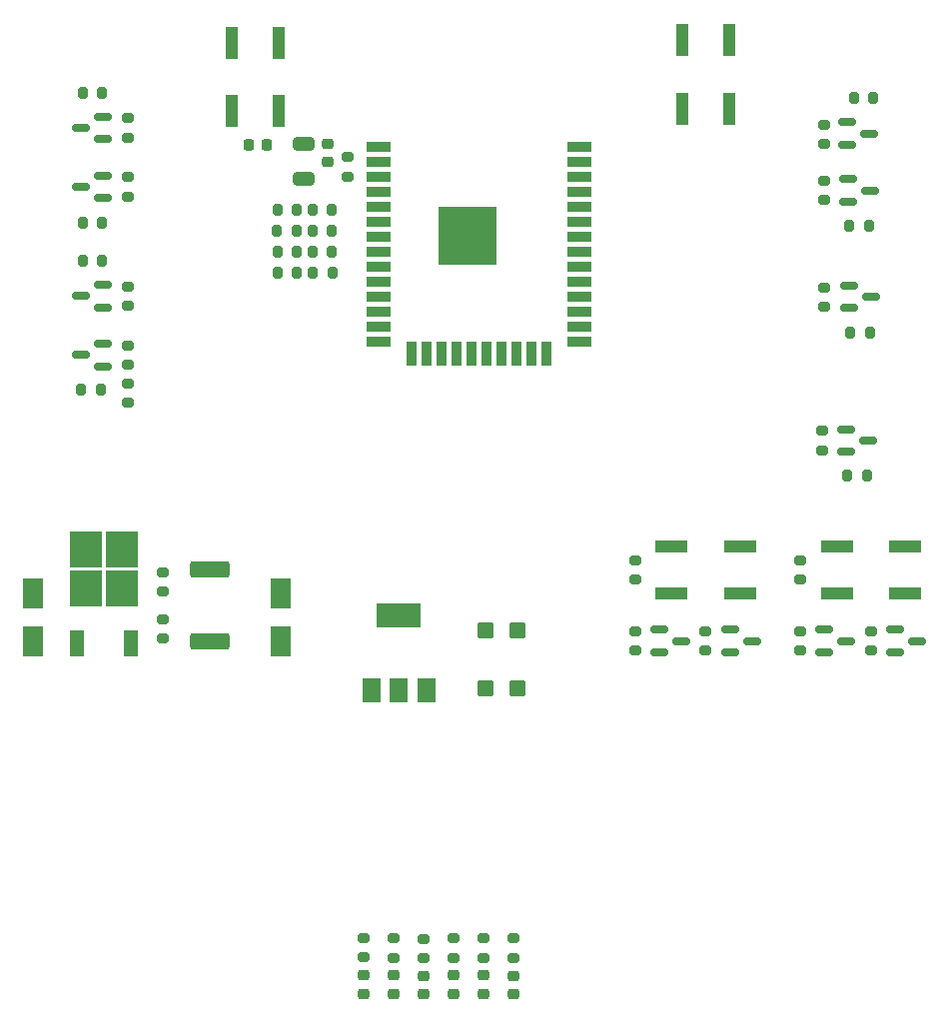
<source format=gtp>
G04 #@! TF.GenerationSoftware,KiCad,Pcbnew,6.0.6-3a73a75311~116~ubuntu22.04.1*
G04 #@! TF.CreationDate,2022-06-27T17:47:04+01:00*
G04 #@! TF.ProjectId,rLab_Door,724c6162-5f44-46f6-9f72-2e6b69636164,rev?*
G04 #@! TF.SameCoordinates,Original*
G04 #@! TF.FileFunction,Paste,Top*
G04 #@! TF.FilePolarity,Positive*
%FSLAX46Y46*%
G04 Gerber Fmt 4.6, Leading zero omitted, Abs format (unit mm)*
G04 Created by KiCad (PCBNEW 6.0.6-3a73a75311~116~ubuntu22.04.1) date 2022-06-27 17:47:04*
%MOMM*%
%LPD*%
G01*
G04 APERTURE LIST*
G04 Aperture macros list*
%AMRoundRect*
0 Rectangle with rounded corners*
0 $1 Rounding radius*
0 $2 $3 $4 $5 $6 $7 $8 $9 X,Y pos of 4 corners*
0 Add a 4 corners polygon primitive as box body*
4,1,4,$2,$3,$4,$5,$6,$7,$8,$9,$2,$3,0*
0 Add four circle primitives for the rounded corners*
1,1,$1+$1,$2,$3*
1,1,$1+$1,$4,$5*
1,1,$1+$1,$6,$7*
1,1,$1+$1,$8,$9*
0 Add four rect primitives between the rounded corners*
20,1,$1+$1,$2,$3,$4,$5,0*
20,1,$1+$1,$4,$5,$6,$7,0*
20,1,$1+$1,$6,$7,$8,$9,0*
20,1,$1+$1,$8,$9,$2,$3,0*%
G04 Aperture macros list end*
%ADD10RoundRect,0.200000X-0.200000X-0.275000X0.200000X-0.275000X0.200000X0.275000X-0.200000X0.275000X0*%
%ADD11RoundRect,0.218750X-0.256250X0.218750X-0.256250X-0.218750X0.256250X-0.218750X0.256250X0.218750X0*%
%ADD12RoundRect,0.200000X0.200000X0.275000X-0.200000X0.275000X-0.200000X-0.275000X0.200000X-0.275000X0*%
%ADD13RoundRect,0.150000X-0.587500X-0.150000X0.587500X-0.150000X0.587500X0.150000X-0.587500X0.150000X0*%
%ADD14RoundRect,0.250000X-0.450000X-0.425000X0.450000X-0.425000X0.450000X0.425000X-0.450000X0.425000X0*%
%ADD15RoundRect,0.200000X0.275000X-0.200000X0.275000X0.200000X-0.275000X0.200000X-0.275000X-0.200000X0*%
%ADD16RoundRect,0.249999X-1.425001X0.450001X-1.425001X-0.450001X1.425001X-0.450001X1.425001X0.450001X0*%
%ADD17RoundRect,0.150000X0.587500X0.150000X-0.587500X0.150000X-0.587500X-0.150000X0.587500X-0.150000X0*%
%ADD18RoundRect,0.200000X-0.275000X0.200000X-0.275000X-0.200000X0.275000X-0.200000X0.275000X0.200000X0*%
%ADD19RoundRect,0.250000X0.650000X-0.325000X0.650000X0.325000X-0.650000X0.325000X-0.650000X-0.325000X0*%
%ADD20R,2.800000X1.000000*%
%ADD21R,2.750000X3.050000*%
%ADD22R,1.200000X2.200000*%
%ADD23R,1.800000X2.500000*%
%ADD24RoundRect,0.225000X0.225000X0.250000X-0.225000X0.250000X-0.225000X-0.250000X0.225000X-0.250000X0*%
%ADD25R,1.500000X2.000000*%
%ADD26R,3.800000X2.000000*%
%ADD27R,1.000000X2.800000*%
%ADD28R,2.000000X0.900000*%
%ADD29R,0.900000X2.000000*%
%ADD30R,5.000000X5.000000*%
%ADD31RoundRect,0.225000X0.250000X-0.225000X0.250000X0.225000X-0.250000X0.225000X-0.250000X-0.225000X0*%
G04 APERTURE END LIST*
D10*
G04 #@! TO.C,R12*
X130675000Y-67254176D03*
X132325000Y-67254176D03*
G04 #@! TD*
D11*
G04 #@! TO.C,D6*
X147722911Y-130369516D03*
X147722911Y-131944516D03*
G04 #@! TD*
D12*
G04 #@! TO.C,R35*
X112825000Y-66522500D03*
X111175000Y-66522500D03*
G04 #@! TD*
D13*
G04 #@! TO.C,Q3*
X160062500Y-101050000D03*
X160062500Y-102950000D03*
X161937500Y-102000000D03*
G04 #@! TD*
D14*
G04 #@! TO.C,C2*
X145357332Y-101065037D03*
X148057332Y-101065037D03*
G04 #@! TD*
D15*
G04 #@! TO.C,R1*
X115000000Y-81825000D03*
X115000000Y-80175000D03*
G04 #@! TD*
G04 #@! TO.C,R9*
X137574391Y-128838549D03*
X137574391Y-127188549D03*
G04 #@! TD*
G04 #@! TO.C,R4*
X118000000Y-97825000D03*
X118000000Y-96175000D03*
G04 #@! TD*
D12*
G04 #@! TO.C,R16*
X129353685Y-70768152D03*
X127703685Y-70768152D03*
G04 #@! TD*
D16*
G04 #@! TO.C,R2*
X122000000Y-95950000D03*
X122000000Y-102050000D03*
G04 #@! TD*
D11*
G04 #@! TO.C,D4*
X137580631Y-130347733D03*
X137580631Y-131922733D03*
G04 #@! TD*
D12*
G04 #@! TO.C,R14*
X129335350Y-68980000D03*
X127685350Y-68980000D03*
G04 #@! TD*
D15*
G04 #@! TO.C,R7*
X135000000Y-128825000D03*
X135000000Y-127175000D03*
G04 #@! TD*
D17*
G04 #@! TO.C,Q5*
X112937500Y-73730000D03*
X112937500Y-71830000D03*
X111062500Y-72780000D03*
G04 #@! TD*
D11*
G04 #@! TO.C,D8*
X142641877Y-130355967D03*
X142641877Y-131930967D03*
G04 #@! TD*
D17*
G04 #@! TO.C,Q9*
X112937500Y-64472500D03*
X112937500Y-62572500D03*
X111062500Y-63522500D03*
G04 #@! TD*
D10*
G04 #@! TO.C,R22*
X176237500Y-75850012D03*
X177887500Y-75850012D03*
G04 #@! TD*
D15*
G04 #@! TO.C,R29*
X115000000Y-78605000D03*
X115000000Y-76955000D03*
G04 #@! TD*
D18*
G04 #@! TO.C,R21*
X174062500Y-72025012D03*
X174062500Y-73675012D03*
G04 #@! TD*
D19*
G04 #@! TO.C,C3*
X129940000Y-62820000D03*
X129940000Y-59870000D03*
G04 #@! TD*
D13*
G04 #@! TO.C,Q11*
X176062500Y-62872256D03*
X176062500Y-64772256D03*
X177937500Y-63822256D03*
G04 #@! TD*
D15*
G04 #@! TO.C,R5*
X133620000Y-62645000D03*
X133620000Y-60995000D03*
G04 #@! TD*
D20*
G04 #@! TO.C,SW3*
X175100000Y-94000000D03*
X180900000Y-94000000D03*
X180900000Y-98000000D03*
X175100000Y-98000000D03*
G04 #@! TD*
D21*
G04 #@! TO.C,U2*
X111475000Y-94225000D03*
X114525000Y-97575000D03*
X114525000Y-94225000D03*
X111475000Y-97575000D03*
D22*
X110720000Y-102200000D03*
X115280000Y-102200000D03*
G04 #@! TD*
D13*
G04 #@! TO.C,Q1*
X176125000Y-71900012D03*
X176125000Y-73800012D03*
X178000000Y-72850012D03*
G04 #@! TD*
D15*
G04 #@! TO.C,R11*
X147722911Y-128865648D03*
X147722911Y-127215648D03*
G04 #@! TD*
G04 #@! TO.C,R15*
X140108134Y-128879198D03*
X140108134Y-127229198D03*
G04 #@! TD*
D11*
G04 #@! TO.C,D3*
X135010631Y-130347733D03*
X135010631Y-131922733D03*
G04 #@! TD*
D10*
G04 #@! TO.C,R39*
X176175000Y-66822256D03*
X177825000Y-66822256D03*
G04 #@! TD*
G04 #@! TO.C,R24*
X176005024Y-88000000D03*
X177655024Y-88000000D03*
G04 #@! TD*
D18*
G04 #@! TO.C,R25*
X164000000Y-101175000D03*
X164000000Y-102825000D03*
G04 #@! TD*
D10*
G04 #@! TO.C,R41*
X176545024Y-56000000D03*
X178195024Y-56000000D03*
G04 #@! TD*
D13*
G04 #@! TO.C,Q10*
X180062500Y-101050000D03*
X180062500Y-102950000D03*
X181937500Y-102000000D03*
G04 #@! TD*
D23*
G04 #@! TO.C,D2*
X128000000Y-102000000D03*
X128000000Y-98000000D03*
G04 #@! TD*
D15*
G04 #@! TO.C,R32*
X115000000Y-59347500D03*
X115000000Y-57697500D03*
G04 #@! TD*
D17*
G04 #@! TO.C,Q6*
X112937500Y-78730000D03*
X112937500Y-76830000D03*
X111062500Y-77780000D03*
G04 #@! TD*
D11*
G04 #@! TO.C,D5*
X145202718Y-130355967D03*
X145202718Y-131930967D03*
G04 #@! TD*
D13*
G04 #@! TO.C,Q4*
X166062500Y-101050000D03*
X166062500Y-102950000D03*
X167937500Y-102000000D03*
G04 #@! TD*
D12*
G04 #@! TO.C,R8*
X129335350Y-65500000D03*
X127685350Y-65500000D03*
G04 #@! TD*
D15*
G04 #@! TO.C,R31*
X172000000Y-102825000D03*
X172000000Y-101175000D03*
G04 #@! TD*
D12*
G04 #@! TO.C,R28*
X112825000Y-69780000D03*
X111175000Y-69780000D03*
G04 #@! TD*
D18*
G04 #@! TO.C,R38*
X174000000Y-62997256D03*
X174000000Y-64647256D03*
G04 #@! TD*
G04 #@! TO.C,R37*
X172000000Y-95175000D03*
X172000000Y-96825000D03*
G04 #@! TD*
D15*
G04 #@! TO.C,R17*
X142628327Y-128852099D03*
X142628327Y-127202099D03*
G04 #@! TD*
D13*
G04 #@! TO.C,Q7*
X174062500Y-101050000D03*
X174062500Y-102950000D03*
X175937500Y-102000000D03*
G04 #@! TD*
D23*
G04 #@! TO.C,D1*
X107000000Y-102000000D03*
X107000000Y-98000000D03*
G04 #@! TD*
D24*
G04 #@! TO.C,C5*
X126775000Y-60000000D03*
X125225000Y-60000000D03*
G04 #@! TD*
D15*
G04 #@! TO.C,R3*
X118000000Y-101825000D03*
X118000000Y-100175000D03*
G04 #@! TD*
D18*
G04 #@! TO.C,R36*
X178000000Y-101175000D03*
X178000000Y-102825000D03*
G04 #@! TD*
D11*
G04 #@! TO.C,D7*
X140121683Y-130384250D03*
X140121683Y-131959250D03*
G04 #@! TD*
D18*
G04 #@! TO.C,R40*
X174000000Y-58225000D03*
X174000000Y-59875000D03*
G04 #@! TD*
D25*
G04 #@! TO.C,U3*
X135700000Y-106150000D03*
X138000000Y-106150000D03*
D26*
X138000000Y-99850000D03*
D25*
X140300000Y-106150000D03*
G04 #@! TD*
D27*
G04 #@! TO.C,SW4*
X162000000Y-51100000D03*
X162000000Y-56900000D03*
X166000000Y-56900000D03*
X166000000Y-51100000D03*
G04 #@! TD*
D13*
G04 #@! TO.C,Q2*
X175892524Y-84050000D03*
X175892524Y-85950000D03*
X177767524Y-85000000D03*
G04 #@! TD*
D17*
G04 #@! TO.C,Q8*
X112937500Y-59472500D03*
X112937500Y-57572500D03*
X111062500Y-58522500D03*
G04 #@! TD*
D13*
G04 #@! TO.C,Q12*
X176000000Y-58050000D03*
X176000000Y-59950000D03*
X177875000Y-59000000D03*
G04 #@! TD*
D15*
G04 #@! TO.C,R34*
X115000000Y-64347500D03*
X115000000Y-62697500D03*
G04 #@! TD*
D10*
G04 #@! TO.C,R13*
X130685350Y-65500000D03*
X132335350Y-65500000D03*
G04 #@! TD*
D20*
G04 #@! TO.C,SW2*
X166900000Y-94000000D03*
X161100000Y-94000000D03*
X166900000Y-98000000D03*
X161100000Y-98000000D03*
G04 #@! TD*
D10*
G04 #@! TO.C,R30*
X111060989Y-80726816D03*
X112710989Y-80726816D03*
G04 #@! TD*
D12*
G04 #@! TO.C,R6*
X129325000Y-67254176D03*
X127675000Y-67254176D03*
G04 #@! TD*
G04 #@! TO.C,R33*
X112825000Y-55522500D03*
X111175000Y-55522500D03*
G04 #@! TD*
D28*
G04 #@! TO.C,U4*
X136280000Y-60155000D03*
X136280000Y-61425000D03*
X136280000Y-62695000D03*
X136280000Y-63965000D03*
X136280000Y-65235000D03*
X136280000Y-66505000D03*
X136280000Y-67775000D03*
X136280000Y-69045000D03*
X136280000Y-70315000D03*
X136280000Y-71585000D03*
X136280000Y-72855000D03*
X136280000Y-74125000D03*
X136280000Y-75395000D03*
X136280000Y-76665000D03*
D29*
X139065000Y-77665000D03*
X140335000Y-77665000D03*
X141605000Y-77665000D03*
X142875000Y-77665000D03*
X144145000Y-77665000D03*
X145415000Y-77665000D03*
X146685000Y-77665000D03*
X147955000Y-77665000D03*
X149225000Y-77665000D03*
X150495000Y-77665000D03*
D28*
X153280000Y-76665000D03*
X153280000Y-75395000D03*
X153280000Y-74125000D03*
X153280000Y-72855000D03*
X153280000Y-71585000D03*
X153280000Y-70315000D03*
X153280000Y-69045000D03*
X153280000Y-67775000D03*
X153280000Y-66505000D03*
X153280000Y-65235000D03*
X153280000Y-63965000D03*
X153280000Y-62695000D03*
X153280000Y-61425000D03*
X153280000Y-60155000D03*
D30*
X143780000Y-67655000D03*
G04 #@! TD*
D18*
G04 #@! TO.C,R26*
X158000000Y-95175000D03*
X158000000Y-96825000D03*
G04 #@! TD*
D12*
G04 #@! TO.C,R19*
X132353685Y-70768152D03*
X130703685Y-70768152D03*
G04 #@! TD*
D18*
G04 #@! TO.C,R23*
X173830024Y-84175000D03*
X173830024Y-85825000D03*
G04 #@! TD*
D15*
G04 #@! TO.C,R20*
X158000000Y-102825000D03*
X158000000Y-101175000D03*
G04 #@! TD*
D10*
G04 #@! TO.C,R18*
X130685350Y-69000000D03*
X132335350Y-69000000D03*
G04 #@! TD*
D15*
G04 #@! TO.C,R27*
X115000000Y-73605000D03*
X115000000Y-71955000D03*
G04 #@! TD*
D27*
G04 #@! TO.C,SW1*
X123835000Y-57080000D03*
X123835000Y-51280000D03*
X127835000Y-57080000D03*
X127835000Y-51280000D03*
G04 #@! TD*
D15*
G04 #@! TO.C,R10*
X145202718Y-128852099D03*
X145202718Y-127202099D03*
G04 #@! TD*
D31*
G04 #@! TO.C,C4*
X131940000Y-61395000D03*
X131940000Y-59845000D03*
G04 #@! TD*
D14*
G04 #@! TO.C,C1*
X145300000Y-106000000D03*
X148000000Y-106000000D03*
G04 #@! TD*
M02*

</source>
